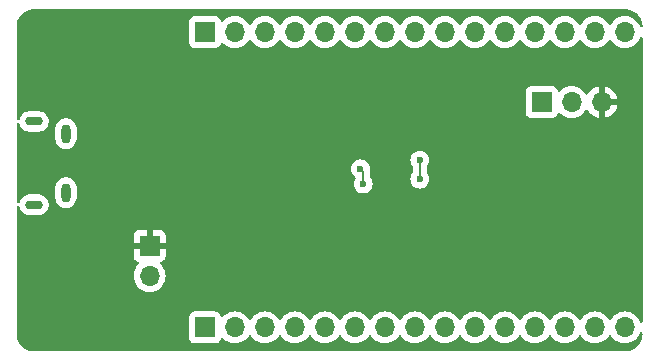
<source format=gbr>
%TF.GenerationSoftware,KiCad,Pcbnew,8.0.2*%
%TF.CreationDate,2024-09-05T22:56:17-06:00*%
%TF.ProjectId,2024_June_RP2040,32303234-5f4a-4756-9e65-5f5250323034,rev?*%
%TF.SameCoordinates,Original*%
%TF.FileFunction,Copper,L2,Bot*%
%TF.FilePolarity,Positive*%
%FSLAX46Y46*%
G04 Gerber Fmt 4.6, Leading zero omitted, Abs format (unit mm)*
G04 Created by KiCad (PCBNEW 8.0.2) date 2024-09-05 22:56:17*
%MOMM*%
%LPD*%
G01*
G04 APERTURE LIST*
%TA.AperFunction,ComponentPad*%
%ADD10R,1.700000X1.700000*%
%TD*%
%TA.AperFunction,ComponentPad*%
%ADD11O,1.700000X1.700000*%
%TD*%
%TA.AperFunction,ComponentPad*%
%ADD12O,0.800000X1.600000*%
%TD*%
%TA.AperFunction,ComponentPad*%
%ADD13O,1.500000X0.750000*%
%TD*%
%TA.AperFunction,ViaPad*%
%ADD14C,0.600000*%
%TD*%
%TA.AperFunction,Conductor*%
%ADD15C,0.152400*%
%TD*%
G04 APERTURE END LIST*
D10*
%TO.P,J1,1,Pin_1*%
%TO.N,GND*%
X95580200Y-75844400D03*
D11*
%TO.P,J1,2,Pin_2*%
%TO.N,/USB_BOOT*%
X95580200Y-78384400D03*
%TD*%
D12*
%TO.P,J2,S1,SHIELD*%
%TO.N,unconnected-(J2-SHIELD-PadS1)*%
X88493600Y-66344800D03*
%TO.P,J2,S2,SHIELD__1*%
%TO.N,unconnected-(J2-SHIELD__1-PadS2)*%
X88493600Y-71344800D03*
D13*
%TO.P,J2,S3,SHIELD__2*%
%TO.N,unconnected-(J2-SHIELD__2-PadS3)*%
X85793600Y-65319800D03*
%TO.P,J2,S6,SHIELD__5*%
%TO.N,unconnected-(J2-SHIELD__5-PadS6)*%
X85793600Y-72369800D03*
%TD*%
D10*
%TO.P,J3,1,Pin_1*%
%TO.N,/GPIO_0*%
X100253800Y-82759600D03*
D11*
%TO.P,J3,2,Pin_2*%
%TO.N,/GPIO_1*%
X102793800Y-82759600D03*
%TO.P,J3,3,Pin_3*%
%TO.N,/GPIO_2*%
X105333800Y-82759600D03*
%TO.P,J3,4,Pin_4*%
%TO.N,/GPIO_3*%
X107873800Y-82759600D03*
%TO.P,J3,5,Pin_5*%
%TO.N,/GPIO_4*%
X110413800Y-82759600D03*
%TO.P,J3,6,Pin_6*%
%TO.N,/GPIO_5*%
X112953800Y-82759600D03*
%TO.P,J3,7,Pin_7*%
%TO.N,/GPIO_6*%
X115493800Y-82759600D03*
%TO.P,J3,8,Pin_8*%
%TO.N,/GPIO_7*%
X118033800Y-82759600D03*
%TO.P,J3,9,Pin_9*%
%TO.N,/GPIO_8*%
X120573800Y-82759600D03*
%TO.P,J3,10,Pin_10*%
%TO.N,/GPIO_9*%
X123113800Y-82759600D03*
%TO.P,J3,11,Pin_11*%
%TO.N,/GPIO_10*%
X125653800Y-82759600D03*
%TO.P,J3,12,Pin_12*%
%TO.N,/GPIO_11*%
X128193800Y-82759600D03*
%TO.P,J3,13,Pin_13*%
%TO.N,/GPIO_13*%
X130733800Y-82759600D03*
%TO.P,J3,14,Pin_14*%
%TO.N,/GPIO_14*%
X133273800Y-82759600D03*
%TO.P,J3,15,Pin_15*%
%TO.N,/GPIO_15*%
X135813800Y-82759600D03*
%TD*%
D10*
%TO.P,J5,1,Pin_1*%
%TO.N,/SWD*%
X128778000Y-63677800D03*
D11*
%TO.P,J5,2,Pin_2*%
%TO.N,/SWCLK*%
X131318000Y-63677800D03*
%TO.P,J5,3,Pin_3*%
%TO.N,GND*%
X133858000Y-63677800D03*
%TD*%
D10*
%TO.P,J4,1,Pin_1*%
%TO.N,/GPIO_ADC3*%
X100253800Y-57759600D03*
D11*
%TO.P,J4,2,Pin_2*%
%TO.N,/GPIO_ADC2*%
X102793800Y-57759600D03*
%TO.P,J4,3,Pin_3*%
%TO.N,/GPIO_ADC1*%
X105333800Y-57759600D03*
%TO.P,J4,4,Pin_4*%
%TO.N,/GPIO_ADC0*%
X107873800Y-57759600D03*
%TO.P,J4,5,Pin_5*%
%TO.N,/GPIO_25*%
X110413800Y-57759600D03*
%TO.P,J4,6,Pin_6*%
%TO.N,/GPIO_24*%
X112953800Y-57759600D03*
%TO.P,J4,7,Pin_7*%
%TO.N,/GPIO_23*%
X115493800Y-57759600D03*
%TO.P,J4,8,Pin_8*%
%TO.N,/GPIO_22*%
X118033800Y-57759600D03*
%TO.P,J4,9,Pin_9*%
%TO.N,/GPIO_21*%
X120573800Y-57759600D03*
%TO.P,J4,10,Pin_10*%
%TO.N,/GPIO_20*%
X123113800Y-57759600D03*
%TO.P,J4,11,Pin_11*%
%TO.N,/GPIO_19*%
X125653800Y-57759600D03*
%TO.P,J4,12,Pin_12*%
%TO.N,/GPIO_18*%
X128193800Y-57759600D03*
%TO.P,J4,13,Pin_13*%
%TO.N,/GPIO_17*%
X130733800Y-57759600D03*
%TO.P,J4,14,Pin_14*%
%TO.N,/GPIO_16*%
X133273800Y-57759600D03*
%TO.P,J4,15,Pin_15*%
%TO.N,/RUN*%
X135813800Y-57759600D03*
%TD*%
D14*
%TO.N,GND*%
X118465600Y-71780400D03*
%TO.N,+3.3V*%
X118465600Y-70205600D03*
X118465600Y-68605400D03*
X113665000Y-70612000D03*
X113436400Y-69342000D03*
%TO.N,GND*%
X108102400Y-69621400D03*
X115951000Y-69850000D03*
X88138000Y-61112400D03*
X109067600Y-64973200D03*
X126187200Y-70002400D03*
X117246400Y-62484000D03*
X126238000Y-74193400D03*
X123469400Y-67843400D03*
X114833400Y-68707000D03*
X127711200Y-74117200D03*
X107340400Y-73787000D03*
X93497400Y-61315600D03*
X120790300Y-76936600D03*
X117094000Y-68732400D03*
X117246400Y-76885800D03*
X117119400Y-70916800D03*
X101295200Y-61137800D03*
X112750600Y-62941200D03*
X110947200Y-63627000D03*
X98348800Y-78257400D03*
X130302000Y-70866000D03*
X124180600Y-69621400D03*
X109067600Y-67411600D03*
X89484200Y-70154800D03*
X114808000Y-70942200D03*
X111810800Y-75285600D03*
X108102400Y-70739000D03*
%TD*%
D15*
%TO.N,+3.3V*%
X118465600Y-68605400D02*
X118465600Y-70205600D01*
X113665000Y-69570600D02*
X113665000Y-70612000D01*
X113436400Y-69342000D02*
X113665000Y-69570600D01*
%TD*%
%TA.AperFunction,Conductor*%
%TO.N,GND*%
G36*
X135824418Y-55796616D02*
G01*
X136024561Y-55810930D01*
X136042063Y-55813447D01*
X136233797Y-55855155D01*
X136250755Y-55860134D01*
X136434609Y-55928709D01*
X136450701Y-55936059D01*
X136622904Y-56030088D01*
X136637784Y-56039649D01*
X136794867Y-56157241D01*
X136808237Y-56168827D01*
X136946972Y-56307562D01*
X136958558Y-56320932D01*
X137067008Y-56465804D01*
X137076146Y-56478010D01*
X137085711Y-56492895D01*
X137179740Y-56665098D01*
X137187090Y-56681190D01*
X137255662Y-56865036D01*
X137260646Y-56882012D01*
X137302351Y-57073731D01*
X137304869Y-57091243D01*
X137313563Y-57212801D01*
X137298711Y-57281074D01*
X137249306Y-57330479D01*
X137181033Y-57345331D01*
X137115569Y-57320914D01*
X137077498Y-57274054D01*
X136987835Y-57081771D01*
X136982225Y-57073758D01*
X136852294Y-56888197D01*
X136685202Y-56721106D01*
X136685195Y-56721101D01*
X136491634Y-56585567D01*
X136491630Y-56585565D01*
X136491628Y-56585564D01*
X136277463Y-56485697D01*
X136277459Y-56485696D01*
X136277455Y-56485694D01*
X136049213Y-56424538D01*
X136049203Y-56424536D01*
X135813801Y-56403941D01*
X135813799Y-56403941D01*
X135578396Y-56424536D01*
X135578386Y-56424538D01*
X135350144Y-56485694D01*
X135350135Y-56485698D01*
X135135971Y-56585564D01*
X135135969Y-56585565D01*
X134942397Y-56721105D01*
X134775305Y-56888197D01*
X134645375Y-57073758D01*
X134590798Y-57117383D01*
X134521300Y-57124577D01*
X134458945Y-57093054D01*
X134442225Y-57073758D01*
X134312294Y-56888197D01*
X134145202Y-56721106D01*
X134145195Y-56721101D01*
X133951634Y-56585567D01*
X133951630Y-56585565D01*
X133951628Y-56585564D01*
X133737463Y-56485697D01*
X133737459Y-56485696D01*
X133737455Y-56485694D01*
X133509213Y-56424538D01*
X133509203Y-56424536D01*
X133273801Y-56403941D01*
X133273799Y-56403941D01*
X133038396Y-56424536D01*
X133038386Y-56424538D01*
X132810144Y-56485694D01*
X132810135Y-56485698D01*
X132595971Y-56585564D01*
X132595969Y-56585565D01*
X132402397Y-56721105D01*
X132235305Y-56888197D01*
X132105375Y-57073758D01*
X132050798Y-57117383D01*
X131981300Y-57124577D01*
X131918945Y-57093054D01*
X131902225Y-57073758D01*
X131772294Y-56888197D01*
X131605202Y-56721106D01*
X131605195Y-56721101D01*
X131411634Y-56585567D01*
X131411630Y-56585565D01*
X131411628Y-56585564D01*
X131197463Y-56485697D01*
X131197459Y-56485696D01*
X131197455Y-56485694D01*
X130969213Y-56424538D01*
X130969203Y-56424536D01*
X130733801Y-56403941D01*
X130733799Y-56403941D01*
X130498396Y-56424536D01*
X130498386Y-56424538D01*
X130270144Y-56485694D01*
X130270135Y-56485698D01*
X130055971Y-56585564D01*
X130055969Y-56585565D01*
X129862397Y-56721105D01*
X129695305Y-56888197D01*
X129565375Y-57073758D01*
X129510798Y-57117383D01*
X129441300Y-57124577D01*
X129378945Y-57093054D01*
X129362225Y-57073758D01*
X129232294Y-56888197D01*
X129065202Y-56721106D01*
X129065195Y-56721101D01*
X128871634Y-56585567D01*
X128871630Y-56585565D01*
X128871628Y-56585564D01*
X128657463Y-56485697D01*
X128657459Y-56485696D01*
X128657455Y-56485694D01*
X128429213Y-56424538D01*
X128429203Y-56424536D01*
X128193801Y-56403941D01*
X128193799Y-56403941D01*
X127958396Y-56424536D01*
X127958386Y-56424538D01*
X127730144Y-56485694D01*
X127730135Y-56485698D01*
X127515971Y-56585564D01*
X127515969Y-56585565D01*
X127322397Y-56721105D01*
X127155305Y-56888197D01*
X127025375Y-57073758D01*
X126970798Y-57117383D01*
X126901300Y-57124577D01*
X126838945Y-57093054D01*
X126822225Y-57073758D01*
X126692294Y-56888197D01*
X126525202Y-56721106D01*
X126525195Y-56721101D01*
X126331634Y-56585567D01*
X126331630Y-56585565D01*
X126331628Y-56585564D01*
X126117463Y-56485697D01*
X126117459Y-56485696D01*
X126117455Y-56485694D01*
X125889213Y-56424538D01*
X125889203Y-56424536D01*
X125653801Y-56403941D01*
X125653799Y-56403941D01*
X125418396Y-56424536D01*
X125418386Y-56424538D01*
X125190144Y-56485694D01*
X125190135Y-56485698D01*
X124975971Y-56585564D01*
X124975969Y-56585565D01*
X124782397Y-56721105D01*
X124615305Y-56888197D01*
X124485375Y-57073758D01*
X124430798Y-57117383D01*
X124361300Y-57124577D01*
X124298945Y-57093054D01*
X124282225Y-57073758D01*
X124152294Y-56888197D01*
X123985202Y-56721106D01*
X123985195Y-56721101D01*
X123791634Y-56585567D01*
X123791630Y-56585565D01*
X123791628Y-56585564D01*
X123577463Y-56485697D01*
X123577459Y-56485696D01*
X123577455Y-56485694D01*
X123349213Y-56424538D01*
X123349203Y-56424536D01*
X123113801Y-56403941D01*
X123113799Y-56403941D01*
X122878396Y-56424536D01*
X122878386Y-56424538D01*
X122650144Y-56485694D01*
X122650135Y-56485698D01*
X122435971Y-56585564D01*
X122435969Y-56585565D01*
X122242397Y-56721105D01*
X122075305Y-56888197D01*
X121945375Y-57073758D01*
X121890798Y-57117383D01*
X121821300Y-57124577D01*
X121758945Y-57093054D01*
X121742225Y-57073758D01*
X121612294Y-56888197D01*
X121445202Y-56721106D01*
X121445195Y-56721101D01*
X121251634Y-56585567D01*
X121251630Y-56585565D01*
X121251628Y-56585564D01*
X121037463Y-56485697D01*
X121037459Y-56485696D01*
X121037455Y-56485694D01*
X120809213Y-56424538D01*
X120809203Y-56424536D01*
X120573801Y-56403941D01*
X120573799Y-56403941D01*
X120338396Y-56424536D01*
X120338386Y-56424538D01*
X120110144Y-56485694D01*
X120110135Y-56485698D01*
X119895971Y-56585564D01*
X119895969Y-56585565D01*
X119702397Y-56721105D01*
X119535305Y-56888197D01*
X119405375Y-57073758D01*
X119350798Y-57117383D01*
X119281300Y-57124577D01*
X119218945Y-57093054D01*
X119202225Y-57073758D01*
X119072294Y-56888197D01*
X118905202Y-56721106D01*
X118905195Y-56721101D01*
X118711634Y-56585567D01*
X118711630Y-56585565D01*
X118711628Y-56585564D01*
X118497463Y-56485697D01*
X118497459Y-56485696D01*
X118497455Y-56485694D01*
X118269213Y-56424538D01*
X118269203Y-56424536D01*
X118033801Y-56403941D01*
X118033799Y-56403941D01*
X117798396Y-56424536D01*
X117798386Y-56424538D01*
X117570144Y-56485694D01*
X117570135Y-56485698D01*
X117355971Y-56585564D01*
X117355969Y-56585565D01*
X117162397Y-56721105D01*
X116995305Y-56888197D01*
X116865375Y-57073758D01*
X116810798Y-57117383D01*
X116741300Y-57124577D01*
X116678945Y-57093054D01*
X116662225Y-57073758D01*
X116532294Y-56888197D01*
X116365202Y-56721106D01*
X116365195Y-56721101D01*
X116171634Y-56585567D01*
X116171630Y-56585565D01*
X116171628Y-56585564D01*
X115957463Y-56485697D01*
X115957459Y-56485696D01*
X115957455Y-56485694D01*
X115729213Y-56424538D01*
X115729203Y-56424536D01*
X115493801Y-56403941D01*
X115493799Y-56403941D01*
X115258396Y-56424536D01*
X115258386Y-56424538D01*
X115030144Y-56485694D01*
X115030135Y-56485698D01*
X114815971Y-56585564D01*
X114815969Y-56585565D01*
X114622397Y-56721105D01*
X114455305Y-56888197D01*
X114325375Y-57073758D01*
X114270798Y-57117383D01*
X114201300Y-57124577D01*
X114138945Y-57093054D01*
X114122225Y-57073758D01*
X113992294Y-56888197D01*
X113825202Y-56721106D01*
X113825195Y-56721101D01*
X113631634Y-56585567D01*
X113631630Y-56585565D01*
X113631628Y-56585564D01*
X113417463Y-56485697D01*
X113417459Y-56485696D01*
X113417455Y-56485694D01*
X113189213Y-56424538D01*
X113189203Y-56424536D01*
X112953801Y-56403941D01*
X112953799Y-56403941D01*
X112718396Y-56424536D01*
X112718386Y-56424538D01*
X112490144Y-56485694D01*
X112490135Y-56485698D01*
X112275971Y-56585564D01*
X112275969Y-56585565D01*
X112082397Y-56721105D01*
X111915305Y-56888197D01*
X111785375Y-57073758D01*
X111730798Y-57117383D01*
X111661300Y-57124577D01*
X111598945Y-57093054D01*
X111582225Y-57073758D01*
X111452294Y-56888197D01*
X111285202Y-56721106D01*
X111285195Y-56721101D01*
X111091634Y-56585567D01*
X111091630Y-56585565D01*
X111091628Y-56585564D01*
X110877463Y-56485697D01*
X110877459Y-56485696D01*
X110877455Y-56485694D01*
X110649213Y-56424538D01*
X110649203Y-56424536D01*
X110413801Y-56403941D01*
X110413799Y-56403941D01*
X110178396Y-56424536D01*
X110178386Y-56424538D01*
X109950144Y-56485694D01*
X109950135Y-56485698D01*
X109735971Y-56585564D01*
X109735969Y-56585565D01*
X109542397Y-56721105D01*
X109375305Y-56888197D01*
X109245375Y-57073758D01*
X109190798Y-57117383D01*
X109121300Y-57124577D01*
X109058945Y-57093054D01*
X109042225Y-57073758D01*
X108912294Y-56888197D01*
X108745202Y-56721106D01*
X108745195Y-56721101D01*
X108551634Y-56585567D01*
X108551630Y-56585565D01*
X108551628Y-56585564D01*
X108337463Y-56485697D01*
X108337459Y-56485696D01*
X108337455Y-56485694D01*
X108109213Y-56424538D01*
X108109203Y-56424536D01*
X107873801Y-56403941D01*
X107873799Y-56403941D01*
X107638396Y-56424536D01*
X107638386Y-56424538D01*
X107410144Y-56485694D01*
X107410135Y-56485698D01*
X107195971Y-56585564D01*
X107195969Y-56585565D01*
X107002397Y-56721105D01*
X106835305Y-56888197D01*
X106705375Y-57073758D01*
X106650798Y-57117383D01*
X106581300Y-57124577D01*
X106518945Y-57093054D01*
X106502225Y-57073758D01*
X106372294Y-56888197D01*
X106205202Y-56721106D01*
X106205195Y-56721101D01*
X106011634Y-56585567D01*
X106011630Y-56585565D01*
X106011628Y-56585564D01*
X105797463Y-56485697D01*
X105797459Y-56485696D01*
X105797455Y-56485694D01*
X105569213Y-56424538D01*
X105569203Y-56424536D01*
X105333801Y-56403941D01*
X105333799Y-56403941D01*
X105098396Y-56424536D01*
X105098386Y-56424538D01*
X104870144Y-56485694D01*
X104870135Y-56485698D01*
X104655971Y-56585564D01*
X104655969Y-56585565D01*
X104462397Y-56721105D01*
X104295305Y-56888197D01*
X104165375Y-57073758D01*
X104110798Y-57117383D01*
X104041300Y-57124577D01*
X103978945Y-57093054D01*
X103962225Y-57073758D01*
X103832294Y-56888197D01*
X103665202Y-56721106D01*
X103665195Y-56721101D01*
X103471634Y-56585567D01*
X103471630Y-56585565D01*
X103471628Y-56585564D01*
X103257463Y-56485697D01*
X103257459Y-56485696D01*
X103257455Y-56485694D01*
X103029213Y-56424538D01*
X103029203Y-56424536D01*
X102793801Y-56403941D01*
X102793799Y-56403941D01*
X102558396Y-56424536D01*
X102558386Y-56424538D01*
X102330144Y-56485694D01*
X102330135Y-56485698D01*
X102115971Y-56585564D01*
X102115969Y-56585565D01*
X101922400Y-56721103D01*
X101800473Y-56843030D01*
X101739150Y-56876514D01*
X101669458Y-56871530D01*
X101613525Y-56829658D01*
X101596610Y-56798681D01*
X101547597Y-56667271D01*
X101547593Y-56667264D01*
X101461347Y-56552055D01*
X101461344Y-56552052D01*
X101346135Y-56465806D01*
X101346128Y-56465802D01*
X101211282Y-56415508D01*
X101211283Y-56415508D01*
X101151683Y-56409101D01*
X101151681Y-56409100D01*
X101151673Y-56409100D01*
X101151664Y-56409100D01*
X99355929Y-56409100D01*
X99355923Y-56409101D01*
X99296316Y-56415508D01*
X99161471Y-56465802D01*
X99161464Y-56465806D01*
X99046255Y-56552052D01*
X99046252Y-56552055D01*
X98960006Y-56667264D01*
X98960002Y-56667271D01*
X98909708Y-56802117D01*
X98903301Y-56861716D01*
X98903300Y-56861735D01*
X98903300Y-58657470D01*
X98903301Y-58657476D01*
X98909708Y-58717083D01*
X98960002Y-58851928D01*
X98960006Y-58851935D01*
X99046252Y-58967144D01*
X99046255Y-58967147D01*
X99161464Y-59053393D01*
X99161471Y-59053397D01*
X99296317Y-59103691D01*
X99296316Y-59103691D01*
X99303244Y-59104435D01*
X99355927Y-59110100D01*
X101151672Y-59110099D01*
X101211283Y-59103691D01*
X101346131Y-59053396D01*
X101461346Y-58967146D01*
X101547596Y-58851931D01*
X101596610Y-58720516D01*
X101638481Y-58664584D01*
X101703945Y-58640166D01*
X101772218Y-58655017D01*
X101800473Y-58676169D01*
X101922399Y-58798095D01*
X102019184Y-58865865D01*
X102115965Y-58933632D01*
X102115967Y-58933633D01*
X102115970Y-58933635D01*
X102330137Y-59033503D01*
X102558392Y-59094663D01*
X102734834Y-59110100D01*
X102793799Y-59115259D01*
X102793800Y-59115259D01*
X102793801Y-59115259D01*
X102852766Y-59110100D01*
X103029208Y-59094663D01*
X103257463Y-59033503D01*
X103471630Y-58933635D01*
X103665201Y-58798095D01*
X103832295Y-58631001D01*
X103962225Y-58445442D01*
X104016802Y-58401817D01*
X104086300Y-58394623D01*
X104148655Y-58426146D01*
X104165375Y-58445442D01*
X104295300Y-58630995D01*
X104295305Y-58631001D01*
X104462399Y-58798095D01*
X104559184Y-58865865D01*
X104655965Y-58933632D01*
X104655967Y-58933633D01*
X104655970Y-58933635D01*
X104870137Y-59033503D01*
X105098392Y-59094663D01*
X105274834Y-59110100D01*
X105333799Y-59115259D01*
X105333800Y-59115259D01*
X105333801Y-59115259D01*
X105392766Y-59110100D01*
X105569208Y-59094663D01*
X105797463Y-59033503D01*
X106011630Y-58933635D01*
X106205201Y-58798095D01*
X106372295Y-58631001D01*
X106502225Y-58445442D01*
X106556802Y-58401817D01*
X106626300Y-58394623D01*
X106688655Y-58426146D01*
X106705375Y-58445442D01*
X106835300Y-58630995D01*
X106835305Y-58631001D01*
X107002399Y-58798095D01*
X107099184Y-58865865D01*
X107195965Y-58933632D01*
X107195967Y-58933633D01*
X107195970Y-58933635D01*
X107410137Y-59033503D01*
X107638392Y-59094663D01*
X107814834Y-59110100D01*
X107873799Y-59115259D01*
X107873800Y-59115259D01*
X107873801Y-59115259D01*
X107932766Y-59110100D01*
X108109208Y-59094663D01*
X108337463Y-59033503D01*
X108551630Y-58933635D01*
X108745201Y-58798095D01*
X108912295Y-58631001D01*
X109042225Y-58445442D01*
X109096802Y-58401817D01*
X109166300Y-58394623D01*
X109228655Y-58426146D01*
X109245375Y-58445442D01*
X109375300Y-58630995D01*
X109375305Y-58631001D01*
X109542399Y-58798095D01*
X109639184Y-58865865D01*
X109735965Y-58933632D01*
X109735967Y-58933633D01*
X109735970Y-58933635D01*
X109950137Y-59033503D01*
X110178392Y-59094663D01*
X110354834Y-59110100D01*
X110413799Y-59115259D01*
X110413800Y-59115259D01*
X110413801Y-59115259D01*
X110472766Y-59110100D01*
X110649208Y-59094663D01*
X110877463Y-59033503D01*
X111091630Y-58933635D01*
X111285201Y-58798095D01*
X111452295Y-58631001D01*
X111582225Y-58445442D01*
X111636802Y-58401817D01*
X111706300Y-58394623D01*
X111768655Y-58426146D01*
X111785375Y-58445442D01*
X111915300Y-58630995D01*
X111915305Y-58631001D01*
X112082399Y-58798095D01*
X112179184Y-58865865D01*
X112275965Y-58933632D01*
X112275967Y-58933633D01*
X112275970Y-58933635D01*
X112490137Y-59033503D01*
X112718392Y-59094663D01*
X112894834Y-59110100D01*
X112953799Y-59115259D01*
X112953800Y-59115259D01*
X112953801Y-59115259D01*
X113012766Y-59110100D01*
X113189208Y-59094663D01*
X113417463Y-59033503D01*
X113631630Y-58933635D01*
X113825201Y-58798095D01*
X113992295Y-58631001D01*
X114122225Y-58445442D01*
X114176802Y-58401817D01*
X114246300Y-58394623D01*
X114308655Y-58426146D01*
X114325375Y-58445442D01*
X114455300Y-58630995D01*
X114455305Y-58631001D01*
X114622399Y-58798095D01*
X114719184Y-58865865D01*
X114815965Y-58933632D01*
X114815967Y-58933633D01*
X114815970Y-58933635D01*
X115030137Y-59033503D01*
X115258392Y-59094663D01*
X115434834Y-59110100D01*
X115493799Y-59115259D01*
X115493800Y-59115259D01*
X115493801Y-59115259D01*
X115552766Y-59110100D01*
X115729208Y-59094663D01*
X115957463Y-59033503D01*
X116171630Y-58933635D01*
X116365201Y-58798095D01*
X116532295Y-58631001D01*
X116662225Y-58445442D01*
X116716802Y-58401817D01*
X116786300Y-58394623D01*
X116848655Y-58426146D01*
X116865375Y-58445442D01*
X116995300Y-58630995D01*
X116995305Y-58631001D01*
X117162399Y-58798095D01*
X117259184Y-58865865D01*
X117355965Y-58933632D01*
X117355967Y-58933633D01*
X117355970Y-58933635D01*
X117570137Y-59033503D01*
X117798392Y-59094663D01*
X117974834Y-59110100D01*
X118033799Y-59115259D01*
X118033800Y-59115259D01*
X118033801Y-59115259D01*
X118092766Y-59110100D01*
X118269208Y-59094663D01*
X118497463Y-59033503D01*
X118711630Y-58933635D01*
X118905201Y-58798095D01*
X119072295Y-58631001D01*
X119202225Y-58445442D01*
X119256802Y-58401817D01*
X119326300Y-58394623D01*
X119388655Y-58426146D01*
X119405375Y-58445442D01*
X119535300Y-58630995D01*
X119535305Y-58631001D01*
X119702399Y-58798095D01*
X119799184Y-58865865D01*
X119895965Y-58933632D01*
X119895967Y-58933633D01*
X119895970Y-58933635D01*
X120110137Y-59033503D01*
X120338392Y-59094663D01*
X120514834Y-59110100D01*
X120573799Y-59115259D01*
X120573800Y-59115259D01*
X120573801Y-59115259D01*
X120632766Y-59110100D01*
X120809208Y-59094663D01*
X121037463Y-59033503D01*
X121251630Y-58933635D01*
X121445201Y-58798095D01*
X121612295Y-58631001D01*
X121742225Y-58445442D01*
X121796802Y-58401817D01*
X121866300Y-58394623D01*
X121928655Y-58426146D01*
X121945375Y-58445442D01*
X122075300Y-58630995D01*
X122075305Y-58631001D01*
X122242399Y-58798095D01*
X122339184Y-58865865D01*
X122435965Y-58933632D01*
X122435967Y-58933633D01*
X122435970Y-58933635D01*
X122650137Y-59033503D01*
X122878392Y-59094663D01*
X123054834Y-59110100D01*
X123113799Y-59115259D01*
X123113800Y-59115259D01*
X123113801Y-59115259D01*
X123172766Y-59110100D01*
X123349208Y-59094663D01*
X123577463Y-59033503D01*
X123791630Y-58933635D01*
X123985201Y-58798095D01*
X124152295Y-58631001D01*
X124282225Y-58445442D01*
X124336802Y-58401817D01*
X124406300Y-58394623D01*
X124468655Y-58426146D01*
X124485375Y-58445442D01*
X124615300Y-58630995D01*
X124615305Y-58631001D01*
X124782399Y-58798095D01*
X124879184Y-58865865D01*
X124975965Y-58933632D01*
X124975967Y-58933633D01*
X124975970Y-58933635D01*
X125190137Y-59033503D01*
X125418392Y-59094663D01*
X125594834Y-59110100D01*
X125653799Y-59115259D01*
X125653800Y-59115259D01*
X125653801Y-59115259D01*
X125712766Y-59110100D01*
X125889208Y-59094663D01*
X126117463Y-59033503D01*
X126331630Y-58933635D01*
X126525201Y-58798095D01*
X126692295Y-58631001D01*
X126822225Y-58445442D01*
X126876802Y-58401817D01*
X126946300Y-58394623D01*
X127008655Y-58426146D01*
X127025375Y-58445442D01*
X127155300Y-58630995D01*
X127155305Y-58631001D01*
X127322399Y-58798095D01*
X127419184Y-58865865D01*
X127515965Y-58933632D01*
X127515967Y-58933633D01*
X127515970Y-58933635D01*
X127730137Y-59033503D01*
X127958392Y-59094663D01*
X128134834Y-59110100D01*
X128193799Y-59115259D01*
X128193800Y-59115259D01*
X128193801Y-59115259D01*
X128252766Y-59110100D01*
X128429208Y-59094663D01*
X128657463Y-59033503D01*
X128871630Y-58933635D01*
X129065201Y-58798095D01*
X129232295Y-58631001D01*
X129362225Y-58445442D01*
X129416802Y-58401817D01*
X129486300Y-58394623D01*
X129548655Y-58426146D01*
X129565375Y-58445442D01*
X129695300Y-58630995D01*
X129695305Y-58631001D01*
X129862399Y-58798095D01*
X129959184Y-58865865D01*
X130055965Y-58933632D01*
X130055967Y-58933633D01*
X130055970Y-58933635D01*
X130270137Y-59033503D01*
X130498392Y-59094663D01*
X130674834Y-59110100D01*
X130733799Y-59115259D01*
X130733800Y-59115259D01*
X130733801Y-59115259D01*
X130792766Y-59110100D01*
X130969208Y-59094663D01*
X131197463Y-59033503D01*
X131411630Y-58933635D01*
X131605201Y-58798095D01*
X131772295Y-58631001D01*
X131902225Y-58445442D01*
X131956802Y-58401817D01*
X132026300Y-58394623D01*
X132088655Y-58426146D01*
X132105375Y-58445442D01*
X132235300Y-58630995D01*
X132235305Y-58631001D01*
X132402399Y-58798095D01*
X132499184Y-58865865D01*
X132595965Y-58933632D01*
X132595967Y-58933633D01*
X132595970Y-58933635D01*
X132810137Y-59033503D01*
X133038392Y-59094663D01*
X133214834Y-59110100D01*
X133273799Y-59115259D01*
X133273800Y-59115259D01*
X133273801Y-59115259D01*
X133332766Y-59110100D01*
X133509208Y-59094663D01*
X133737463Y-59033503D01*
X133951630Y-58933635D01*
X134145201Y-58798095D01*
X134312295Y-58631001D01*
X134442225Y-58445442D01*
X134496802Y-58401817D01*
X134566300Y-58394623D01*
X134628655Y-58426146D01*
X134645375Y-58445442D01*
X134775300Y-58630995D01*
X134775305Y-58631001D01*
X134942399Y-58798095D01*
X135039184Y-58865865D01*
X135135965Y-58933632D01*
X135135967Y-58933633D01*
X135135970Y-58933635D01*
X135350137Y-59033503D01*
X135578392Y-59094663D01*
X135754834Y-59110100D01*
X135813799Y-59115259D01*
X135813800Y-59115259D01*
X135813801Y-59115259D01*
X135872766Y-59110100D01*
X136049208Y-59094663D01*
X136277463Y-59033503D01*
X136491630Y-58933635D01*
X136685201Y-58798095D01*
X136852295Y-58631001D01*
X136987835Y-58437430D01*
X137083118Y-58233094D01*
X137129290Y-58180656D01*
X137196484Y-58161504D01*
X137263365Y-58181720D01*
X137308700Y-58234885D01*
X137319500Y-58285500D01*
X137319500Y-82233699D01*
X137299815Y-82300738D01*
X137247011Y-82346493D01*
X137177853Y-82356437D01*
X137114297Y-82327412D01*
X137083118Y-82286104D01*
X136987835Y-82081771D01*
X136987834Y-82081769D01*
X136852294Y-81888197D01*
X136685202Y-81721106D01*
X136685195Y-81721101D01*
X136491634Y-81585567D01*
X136491630Y-81585565D01*
X136491628Y-81585564D01*
X136277463Y-81485697D01*
X136277459Y-81485696D01*
X136277455Y-81485694D01*
X136049213Y-81424538D01*
X136049203Y-81424536D01*
X135813801Y-81403941D01*
X135813799Y-81403941D01*
X135578396Y-81424536D01*
X135578386Y-81424538D01*
X135350144Y-81485694D01*
X135350135Y-81485698D01*
X135135971Y-81585564D01*
X135135969Y-81585565D01*
X134942397Y-81721105D01*
X134775305Y-81888197D01*
X134645375Y-82073758D01*
X134590798Y-82117383D01*
X134521300Y-82124577D01*
X134458945Y-82093054D01*
X134442225Y-82073758D01*
X134312294Y-81888197D01*
X134145202Y-81721106D01*
X134145195Y-81721101D01*
X133951634Y-81585567D01*
X133951630Y-81585565D01*
X133951628Y-81585564D01*
X133737463Y-81485697D01*
X133737459Y-81485696D01*
X133737455Y-81485694D01*
X133509213Y-81424538D01*
X133509203Y-81424536D01*
X133273801Y-81403941D01*
X133273799Y-81403941D01*
X133038396Y-81424536D01*
X133038386Y-81424538D01*
X132810144Y-81485694D01*
X132810135Y-81485698D01*
X132595971Y-81585564D01*
X132595969Y-81585565D01*
X132402397Y-81721105D01*
X132235305Y-81888197D01*
X132105375Y-82073758D01*
X132050798Y-82117383D01*
X131981300Y-82124577D01*
X131918945Y-82093054D01*
X131902225Y-82073758D01*
X131772294Y-81888197D01*
X131605202Y-81721106D01*
X131605195Y-81721101D01*
X131411634Y-81585567D01*
X131411630Y-81585565D01*
X131411628Y-81585564D01*
X131197463Y-81485697D01*
X131197459Y-81485696D01*
X131197455Y-81485694D01*
X130969213Y-81424538D01*
X130969203Y-81424536D01*
X130733801Y-81403941D01*
X130733799Y-81403941D01*
X130498396Y-81424536D01*
X130498386Y-81424538D01*
X130270144Y-81485694D01*
X130270135Y-81485698D01*
X130055971Y-81585564D01*
X130055969Y-81585565D01*
X129862397Y-81721105D01*
X129695305Y-81888197D01*
X129565375Y-82073758D01*
X129510798Y-82117383D01*
X129441300Y-82124577D01*
X129378945Y-82093054D01*
X129362225Y-82073758D01*
X129232294Y-81888197D01*
X129065202Y-81721106D01*
X129065195Y-81721101D01*
X128871634Y-81585567D01*
X128871630Y-81585565D01*
X128871628Y-81585564D01*
X128657463Y-81485697D01*
X128657459Y-81485696D01*
X128657455Y-81485694D01*
X128429213Y-81424538D01*
X128429203Y-81424536D01*
X128193801Y-81403941D01*
X128193799Y-81403941D01*
X127958396Y-81424536D01*
X127958386Y-81424538D01*
X127730144Y-81485694D01*
X127730135Y-81485698D01*
X127515971Y-81585564D01*
X127515969Y-81585565D01*
X127322397Y-81721105D01*
X127155305Y-81888197D01*
X127025375Y-82073758D01*
X126970798Y-82117383D01*
X126901300Y-82124577D01*
X126838945Y-82093054D01*
X126822225Y-82073758D01*
X126692294Y-81888197D01*
X126525202Y-81721106D01*
X126525195Y-81721101D01*
X126331634Y-81585567D01*
X126331630Y-81585565D01*
X126331628Y-81585564D01*
X126117463Y-81485697D01*
X126117459Y-81485696D01*
X126117455Y-81485694D01*
X125889213Y-81424538D01*
X125889203Y-81424536D01*
X125653801Y-81403941D01*
X125653799Y-81403941D01*
X125418396Y-81424536D01*
X125418386Y-81424538D01*
X125190144Y-81485694D01*
X125190135Y-81485698D01*
X124975971Y-81585564D01*
X124975969Y-81585565D01*
X124782397Y-81721105D01*
X124615305Y-81888197D01*
X124485375Y-82073758D01*
X124430798Y-82117383D01*
X124361300Y-82124577D01*
X124298945Y-82093054D01*
X124282225Y-82073758D01*
X124152294Y-81888197D01*
X123985202Y-81721106D01*
X123985195Y-81721101D01*
X123791634Y-81585567D01*
X123791630Y-81585565D01*
X123791628Y-81585564D01*
X123577463Y-81485697D01*
X123577459Y-81485696D01*
X123577455Y-81485694D01*
X123349213Y-81424538D01*
X123349203Y-81424536D01*
X123113801Y-81403941D01*
X123113799Y-81403941D01*
X122878396Y-81424536D01*
X122878386Y-81424538D01*
X122650144Y-81485694D01*
X122650135Y-81485698D01*
X122435971Y-81585564D01*
X122435969Y-81585565D01*
X122242397Y-81721105D01*
X122075305Y-81888197D01*
X121945375Y-82073758D01*
X121890798Y-82117383D01*
X121821300Y-82124577D01*
X121758945Y-82093054D01*
X121742225Y-82073758D01*
X121612294Y-81888197D01*
X121445202Y-81721106D01*
X121445195Y-81721101D01*
X121251634Y-81585567D01*
X121251630Y-81585565D01*
X121251628Y-81585564D01*
X121037463Y-81485697D01*
X121037459Y-81485696D01*
X121037455Y-81485694D01*
X120809213Y-81424538D01*
X120809203Y-81424536D01*
X120573801Y-81403941D01*
X120573799Y-81403941D01*
X120338396Y-81424536D01*
X120338386Y-81424538D01*
X120110144Y-81485694D01*
X120110135Y-81485698D01*
X119895971Y-81585564D01*
X119895969Y-81585565D01*
X119702397Y-81721105D01*
X119535305Y-81888197D01*
X119405375Y-82073758D01*
X119350798Y-82117383D01*
X119281300Y-82124577D01*
X119218945Y-82093054D01*
X119202225Y-82073758D01*
X119072294Y-81888197D01*
X118905202Y-81721106D01*
X118905195Y-81721101D01*
X118711634Y-81585567D01*
X118711630Y-81585565D01*
X118711628Y-81585564D01*
X118497463Y-81485697D01*
X118497459Y-81485696D01*
X118497455Y-81485694D01*
X118269213Y-81424538D01*
X118269203Y-81424536D01*
X118033801Y-81403941D01*
X118033799Y-81403941D01*
X117798396Y-81424536D01*
X117798386Y-81424538D01*
X117570144Y-81485694D01*
X117570135Y-81485698D01*
X117355971Y-81585564D01*
X117355969Y-81585565D01*
X117162397Y-81721105D01*
X116995305Y-81888197D01*
X116865375Y-82073758D01*
X116810798Y-82117383D01*
X116741300Y-82124577D01*
X116678945Y-82093054D01*
X116662225Y-82073758D01*
X116532294Y-81888197D01*
X116365202Y-81721106D01*
X116365195Y-81721101D01*
X116171634Y-81585567D01*
X116171630Y-81585565D01*
X116171628Y-81585564D01*
X115957463Y-81485697D01*
X115957459Y-81485696D01*
X115957455Y-81485694D01*
X115729213Y-81424538D01*
X115729203Y-81424536D01*
X115493801Y-81403941D01*
X115493799Y-81403941D01*
X115258396Y-81424536D01*
X115258386Y-81424538D01*
X115030144Y-81485694D01*
X115030135Y-81485698D01*
X114815971Y-81585564D01*
X114815969Y-81585565D01*
X114622397Y-81721105D01*
X114455305Y-81888197D01*
X114325375Y-82073758D01*
X114270798Y-82117383D01*
X114201300Y-82124577D01*
X114138945Y-82093054D01*
X114122225Y-82073758D01*
X113992294Y-81888197D01*
X113825202Y-81721106D01*
X113825195Y-81721101D01*
X113631634Y-81585567D01*
X113631630Y-81585565D01*
X113631628Y-81585564D01*
X113417463Y-81485697D01*
X113417459Y-81485696D01*
X113417455Y-81485694D01*
X113189213Y-81424538D01*
X113189203Y-81424536D01*
X112953801Y-81403941D01*
X112953799Y-81403941D01*
X112718396Y-81424536D01*
X112718386Y-81424538D01*
X112490144Y-81485694D01*
X112490135Y-81485698D01*
X112275971Y-81585564D01*
X112275969Y-81585565D01*
X112082397Y-81721105D01*
X111915305Y-81888197D01*
X111785375Y-82073758D01*
X111730798Y-82117383D01*
X111661300Y-82124577D01*
X111598945Y-82093054D01*
X111582225Y-82073758D01*
X111452294Y-81888197D01*
X111285202Y-81721106D01*
X111285195Y-81721101D01*
X111091634Y-81585567D01*
X111091630Y-81585565D01*
X111091628Y-81585564D01*
X110877463Y-81485697D01*
X110877459Y-81485696D01*
X110877455Y-81485694D01*
X110649213Y-81424538D01*
X110649203Y-81424536D01*
X110413801Y-81403941D01*
X110413799Y-81403941D01*
X110178396Y-81424536D01*
X110178386Y-81424538D01*
X109950144Y-81485694D01*
X109950135Y-81485698D01*
X109735971Y-81585564D01*
X109735969Y-81585565D01*
X109542397Y-81721105D01*
X109375305Y-81888197D01*
X109245375Y-82073758D01*
X109190798Y-82117383D01*
X109121300Y-82124577D01*
X109058945Y-82093054D01*
X109042225Y-82073758D01*
X108912294Y-81888197D01*
X108745202Y-81721106D01*
X108745195Y-81721101D01*
X108551634Y-81585567D01*
X108551630Y-81585565D01*
X108551628Y-81585564D01*
X108337463Y-81485697D01*
X108337459Y-81485696D01*
X108337455Y-81485694D01*
X108109213Y-81424538D01*
X108109203Y-81424536D01*
X107873801Y-81403941D01*
X107873799Y-81403941D01*
X107638396Y-81424536D01*
X107638386Y-81424538D01*
X107410144Y-81485694D01*
X107410135Y-81485698D01*
X107195971Y-81585564D01*
X107195969Y-81585565D01*
X107002397Y-81721105D01*
X106835305Y-81888197D01*
X106705375Y-82073758D01*
X106650798Y-82117383D01*
X106581300Y-82124577D01*
X106518945Y-82093054D01*
X106502225Y-82073758D01*
X106372294Y-81888197D01*
X106205202Y-81721106D01*
X106205195Y-81721101D01*
X106011634Y-81585567D01*
X106011630Y-81585565D01*
X106011628Y-81585564D01*
X105797463Y-81485697D01*
X105797459Y-81485696D01*
X105797455Y-81485694D01*
X105569213Y-81424538D01*
X105569203Y-81424536D01*
X105333801Y-81403941D01*
X105333799Y-81403941D01*
X105098396Y-81424536D01*
X105098386Y-81424538D01*
X104870144Y-81485694D01*
X104870135Y-81485698D01*
X104655971Y-81585564D01*
X104655969Y-81585565D01*
X104462397Y-81721105D01*
X104295305Y-81888197D01*
X104165375Y-82073758D01*
X104110798Y-82117383D01*
X104041300Y-82124577D01*
X103978945Y-82093054D01*
X103962225Y-82073758D01*
X103832294Y-81888197D01*
X103665202Y-81721106D01*
X103665195Y-81721101D01*
X103471634Y-81585567D01*
X103471630Y-81585565D01*
X103471628Y-81585564D01*
X103257463Y-81485697D01*
X103257459Y-81485696D01*
X103257455Y-81485694D01*
X103029213Y-81424538D01*
X103029203Y-81424536D01*
X102793801Y-81403941D01*
X102793799Y-81403941D01*
X102558396Y-81424536D01*
X102558386Y-81424538D01*
X102330144Y-81485694D01*
X102330135Y-81485698D01*
X102115971Y-81585564D01*
X102115969Y-81585565D01*
X101922400Y-81721103D01*
X101800473Y-81843030D01*
X101739150Y-81876514D01*
X101669458Y-81871530D01*
X101613525Y-81829658D01*
X101596610Y-81798681D01*
X101547597Y-81667271D01*
X101547593Y-81667264D01*
X101461347Y-81552055D01*
X101461344Y-81552052D01*
X101346135Y-81465806D01*
X101346128Y-81465802D01*
X101211282Y-81415508D01*
X101211283Y-81415508D01*
X101151683Y-81409101D01*
X101151681Y-81409100D01*
X101151673Y-81409100D01*
X101151664Y-81409100D01*
X99355929Y-81409100D01*
X99355923Y-81409101D01*
X99296316Y-81415508D01*
X99161471Y-81465802D01*
X99161464Y-81465806D01*
X99046255Y-81552052D01*
X99046252Y-81552055D01*
X98960006Y-81667264D01*
X98960002Y-81667271D01*
X98909708Y-81802117D01*
X98903301Y-81861716D01*
X98903300Y-81861735D01*
X98903300Y-83657470D01*
X98903301Y-83657476D01*
X98909708Y-83717083D01*
X98960002Y-83851928D01*
X98960006Y-83851935D01*
X99046252Y-83967144D01*
X99046255Y-83967147D01*
X99161464Y-84053393D01*
X99161471Y-84053397D01*
X99296317Y-84103691D01*
X99296316Y-84103691D01*
X99303244Y-84104435D01*
X99355927Y-84110100D01*
X101151672Y-84110099D01*
X101211283Y-84103691D01*
X101346131Y-84053396D01*
X101461346Y-83967146D01*
X101547596Y-83851931D01*
X101596610Y-83720516D01*
X101638481Y-83664584D01*
X101703945Y-83640166D01*
X101772218Y-83655017D01*
X101800473Y-83676169D01*
X101922399Y-83798095D01*
X102019184Y-83865865D01*
X102115965Y-83933632D01*
X102115967Y-83933633D01*
X102115970Y-83933635D01*
X102330137Y-84033503D01*
X102558392Y-84094663D01*
X102734834Y-84110100D01*
X102793799Y-84115259D01*
X102793800Y-84115259D01*
X102793801Y-84115259D01*
X102852766Y-84110100D01*
X103029208Y-84094663D01*
X103257463Y-84033503D01*
X103471630Y-83933635D01*
X103665201Y-83798095D01*
X103832295Y-83631001D01*
X103962225Y-83445442D01*
X104016802Y-83401817D01*
X104086300Y-83394623D01*
X104148655Y-83426146D01*
X104165375Y-83445442D01*
X104295300Y-83630995D01*
X104295305Y-83631001D01*
X104462399Y-83798095D01*
X104559184Y-83865865D01*
X104655965Y-83933632D01*
X104655967Y-83933633D01*
X104655970Y-83933635D01*
X104870137Y-84033503D01*
X105098392Y-84094663D01*
X105274834Y-84110100D01*
X105333799Y-84115259D01*
X105333800Y-84115259D01*
X105333801Y-84115259D01*
X105392766Y-84110100D01*
X105569208Y-84094663D01*
X105797463Y-84033503D01*
X106011630Y-83933635D01*
X106205201Y-83798095D01*
X106372295Y-83631001D01*
X106502225Y-83445442D01*
X106556802Y-83401817D01*
X106626300Y-83394623D01*
X106688655Y-83426146D01*
X106705375Y-83445442D01*
X106835300Y-83630995D01*
X106835305Y-83631001D01*
X107002399Y-83798095D01*
X107099184Y-83865865D01*
X107195965Y-83933632D01*
X107195967Y-83933633D01*
X107195970Y-83933635D01*
X107410137Y-84033503D01*
X107638392Y-84094663D01*
X107814834Y-84110100D01*
X107873799Y-84115259D01*
X107873800Y-84115259D01*
X107873801Y-84115259D01*
X107932766Y-84110100D01*
X108109208Y-84094663D01*
X108337463Y-84033503D01*
X108551630Y-83933635D01*
X108745201Y-83798095D01*
X108912295Y-83631001D01*
X109042225Y-83445442D01*
X109096802Y-83401817D01*
X109166300Y-83394623D01*
X109228655Y-83426146D01*
X109245375Y-83445442D01*
X109375300Y-83630995D01*
X109375305Y-83631001D01*
X109542399Y-83798095D01*
X109639184Y-83865865D01*
X109735965Y-83933632D01*
X109735967Y-83933633D01*
X109735970Y-83933635D01*
X109950137Y-84033503D01*
X110178392Y-84094663D01*
X110354834Y-84110100D01*
X110413799Y-84115259D01*
X110413800Y-84115259D01*
X110413801Y-84115259D01*
X110472766Y-84110100D01*
X110649208Y-84094663D01*
X110877463Y-84033503D01*
X111091630Y-83933635D01*
X111285201Y-83798095D01*
X111452295Y-83631001D01*
X111582225Y-83445442D01*
X111636802Y-83401817D01*
X111706300Y-83394623D01*
X111768655Y-83426146D01*
X111785375Y-83445442D01*
X111915300Y-83630995D01*
X111915305Y-83631001D01*
X112082399Y-83798095D01*
X112179184Y-83865865D01*
X112275965Y-83933632D01*
X112275967Y-83933633D01*
X112275970Y-83933635D01*
X112490137Y-84033503D01*
X112718392Y-84094663D01*
X112894834Y-84110100D01*
X112953799Y-84115259D01*
X112953800Y-84115259D01*
X112953801Y-84115259D01*
X113012766Y-84110100D01*
X113189208Y-84094663D01*
X113417463Y-84033503D01*
X113631630Y-83933635D01*
X113825201Y-83798095D01*
X113992295Y-83631001D01*
X114122225Y-83445442D01*
X114176802Y-83401817D01*
X114246300Y-83394623D01*
X114308655Y-83426146D01*
X114325375Y-83445442D01*
X114455300Y-83630995D01*
X114455305Y-83631001D01*
X114622399Y-83798095D01*
X114719184Y-83865865D01*
X114815965Y-83933632D01*
X114815967Y-83933633D01*
X114815970Y-83933635D01*
X115030137Y-84033503D01*
X115258392Y-84094663D01*
X115434834Y-84110100D01*
X115493799Y-84115259D01*
X115493800Y-84115259D01*
X115493801Y-84115259D01*
X115552766Y-84110100D01*
X115729208Y-84094663D01*
X115957463Y-84033503D01*
X116171630Y-83933635D01*
X116365201Y-83798095D01*
X116532295Y-83631001D01*
X116662225Y-83445442D01*
X116716802Y-83401817D01*
X116786300Y-83394623D01*
X116848655Y-83426146D01*
X116865375Y-83445442D01*
X116995300Y-83630995D01*
X116995305Y-83631001D01*
X117162399Y-83798095D01*
X117259184Y-83865865D01*
X117355965Y-83933632D01*
X117355967Y-83933633D01*
X117355970Y-83933635D01*
X117570137Y-84033503D01*
X117798392Y-84094663D01*
X117974834Y-84110100D01*
X118033799Y-84115259D01*
X118033800Y-84115259D01*
X118033801Y-84115259D01*
X118092766Y-84110100D01*
X118269208Y-84094663D01*
X118497463Y-84033503D01*
X118711630Y-83933635D01*
X118905201Y-83798095D01*
X119072295Y-83631001D01*
X119202225Y-83445442D01*
X119256802Y-83401817D01*
X119326300Y-83394623D01*
X119388655Y-83426146D01*
X119405375Y-83445442D01*
X119535300Y-83630995D01*
X119535305Y-83631001D01*
X119702399Y-83798095D01*
X119799184Y-83865865D01*
X119895965Y-83933632D01*
X119895967Y-83933633D01*
X119895970Y-83933635D01*
X120110137Y-84033503D01*
X120338392Y-84094663D01*
X120514834Y-84110100D01*
X120573799Y-84115259D01*
X120573800Y-84115259D01*
X120573801Y-84115259D01*
X120632766Y-84110100D01*
X120809208Y-84094663D01*
X121037463Y-84033503D01*
X121251630Y-83933635D01*
X121445201Y-83798095D01*
X121612295Y-83631001D01*
X121742225Y-83445442D01*
X121796802Y-83401817D01*
X121866300Y-83394623D01*
X121928655Y-83426146D01*
X121945375Y-83445442D01*
X122075300Y-83630995D01*
X122075305Y-83631001D01*
X122242399Y-83798095D01*
X122339184Y-83865865D01*
X122435965Y-83933632D01*
X122435967Y-83933633D01*
X122435970Y-83933635D01*
X122650137Y-84033503D01*
X122878392Y-84094663D01*
X123054834Y-84110100D01*
X123113799Y-84115259D01*
X123113800Y-84115259D01*
X123113801Y-84115259D01*
X123172766Y-84110100D01*
X123349208Y-84094663D01*
X123577463Y-84033503D01*
X123791630Y-83933635D01*
X123985201Y-83798095D01*
X124152295Y-83631001D01*
X124282225Y-83445442D01*
X124336802Y-83401817D01*
X124406300Y-83394623D01*
X124468655Y-83426146D01*
X124485375Y-83445442D01*
X124615300Y-83630995D01*
X124615305Y-83631001D01*
X124782399Y-83798095D01*
X124879184Y-83865865D01*
X124975965Y-83933632D01*
X124975967Y-83933633D01*
X124975970Y-83933635D01*
X125190137Y-84033503D01*
X125418392Y-84094663D01*
X125594834Y-84110100D01*
X125653799Y-84115259D01*
X125653800Y-84115259D01*
X125653801Y-84115259D01*
X125712766Y-84110100D01*
X125889208Y-84094663D01*
X126117463Y-84033503D01*
X126331630Y-83933635D01*
X126525201Y-83798095D01*
X126692295Y-83631001D01*
X126822225Y-83445442D01*
X126876802Y-83401817D01*
X126946300Y-83394623D01*
X127008655Y-83426146D01*
X127025375Y-83445442D01*
X127155300Y-83630995D01*
X127155305Y-83631001D01*
X127322399Y-83798095D01*
X127419184Y-83865865D01*
X127515965Y-83933632D01*
X127515967Y-83933633D01*
X127515970Y-83933635D01*
X127730137Y-84033503D01*
X127958392Y-84094663D01*
X128134834Y-84110100D01*
X128193799Y-84115259D01*
X128193800Y-84115259D01*
X128193801Y-84115259D01*
X128252766Y-84110100D01*
X128429208Y-84094663D01*
X128657463Y-84033503D01*
X128871630Y-83933635D01*
X129065201Y-83798095D01*
X129232295Y-83631001D01*
X129362225Y-83445442D01*
X129416802Y-83401817D01*
X129486300Y-83394623D01*
X129548655Y-83426146D01*
X129565375Y-83445442D01*
X129695300Y-83630995D01*
X129695305Y-83631001D01*
X129862399Y-83798095D01*
X129959184Y-83865865D01*
X130055965Y-83933632D01*
X130055967Y-83933633D01*
X130055970Y-83933635D01*
X130270137Y-84033503D01*
X130498392Y-84094663D01*
X130674834Y-84110100D01*
X130733799Y-84115259D01*
X130733800Y-84115259D01*
X130733801Y-84115259D01*
X130792766Y-84110100D01*
X130969208Y-84094663D01*
X131197463Y-84033503D01*
X131411630Y-83933635D01*
X131605201Y-83798095D01*
X131772295Y-83631001D01*
X131902225Y-83445442D01*
X131956802Y-83401817D01*
X132026300Y-83394623D01*
X132088655Y-83426146D01*
X132105375Y-83445442D01*
X132235300Y-83630995D01*
X132235305Y-83631001D01*
X132402399Y-83798095D01*
X132499184Y-83865865D01*
X132595965Y-83933632D01*
X132595967Y-83933633D01*
X132595970Y-83933635D01*
X132810137Y-84033503D01*
X133038392Y-84094663D01*
X133214834Y-84110100D01*
X133273799Y-84115259D01*
X133273800Y-84115259D01*
X133273801Y-84115259D01*
X133332766Y-84110100D01*
X133509208Y-84094663D01*
X133737463Y-84033503D01*
X133951630Y-83933635D01*
X134145201Y-83798095D01*
X134312295Y-83631001D01*
X134442225Y-83445442D01*
X134496802Y-83401817D01*
X134566300Y-83394623D01*
X134628655Y-83426146D01*
X134645375Y-83445442D01*
X134775300Y-83630995D01*
X134775305Y-83631001D01*
X134942399Y-83798095D01*
X135039184Y-83865865D01*
X135135965Y-83933632D01*
X135135967Y-83933633D01*
X135135970Y-83933635D01*
X135350137Y-84033503D01*
X135578392Y-84094663D01*
X135754834Y-84110100D01*
X135813799Y-84115259D01*
X135813800Y-84115259D01*
X135813801Y-84115259D01*
X135872766Y-84110100D01*
X136049208Y-84094663D01*
X136277463Y-84033503D01*
X136491630Y-83933635D01*
X136685201Y-83798095D01*
X136852295Y-83631001D01*
X136987835Y-83437430D01*
X137083118Y-83233094D01*
X137129290Y-83180656D01*
X137196484Y-83161504D01*
X137263365Y-83181720D01*
X137308700Y-83234885D01*
X137319500Y-83285500D01*
X137319500Y-83291372D01*
X137319184Y-83300219D01*
X137304869Y-83500357D01*
X137302351Y-83517868D01*
X137260646Y-83709587D01*
X137255662Y-83726563D01*
X137187090Y-83910409D01*
X137179740Y-83926501D01*
X137085711Y-84098704D01*
X137076146Y-84113589D01*
X136958558Y-84270667D01*
X136946972Y-84284037D01*
X136808237Y-84422772D01*
X136794867Y-84434358D01*
X136637789Y-84551946D01*
X136622904Y-84561511D01*
X136450701Y-84655540D01*
X136434609Y-84662890D01*
X136250763Y-84731462D01*
X136233787Y-84736446D01*
X136042068Y-84778151D01*
X136024557Y-84780669D01*
X135843779Y-84793599D01*
X135824417Y-84794984D01*
X135815572Y-84795300D01*
X85824428Y-84795300D01*
X85815582Y-84794984D01*
X85793622Y-84793413D01*
X85615442Y-84780669D01*
X85597931Y-84778151D01*
X85406212Y-84736446D01*
X85389236Y-84731462D01*
X85205390Y-84662890D01*
X85189298Y-84655540D01*
X85017095Y-84561511D01*
X85002210Y-84551946D01*
X84845132Y-84434358D01*
X84831762Y-84422772D01*
X84693027Y-84284037D01*
X84681441Y-84270667D01*
X84563849Y-84113584D01*
X84554288Y-84098704D01*
X84460259Y-83926501D01*
X84452909Y-83910409D01*
X84431098Y-83851931D01*
X84384334Y-83726555D01*
X84379355Y-83709597D01*
X84337647Y-83517863D01*
X84335130Y-83500356D01*
X84330629Y-83437430D01*
X84320816Y-83300218D01*
X84320500Y-83291372D01*
X84320500Y-78384399D01*
X94224541Y-78384399D01*
X94224541Y-78384400D01*
X94245136Y-78619803D01*
X94245138Y-78619813D01*
X94306294Y-78848055D01*
X94306296Y-78848059D01*
X94306297Y-78848063D01*
X94406165Y-79062230D01*
X94406167Y-79062234D01*
X94514481Y-79216921D01*
X94541705Y-79255801D01*
X94708799Y-79422895D01*
X94805584Y-79490665D01*
X94902365Y-79558432D01*
X94902367Y-79558433D01*
X94902370Y-79558435D01*
X95116537Y-79658303D01*
X95344792Y-79719463D01*
X95533118Y-79735939D01*
X95580199Y-79740059D01*
X95580200Y-79740059D01*
X95580201Y-79740059D01*
X95619434Y-79736626D01*
X95815608Y-79719463D01*
X96043863Y-79658303D01*
X96258030Y-79558435D01*
X96451601Y-79422895D01*
X96618695Y-79255801D01*
X96754235Y-79062230D01*
X96854103Y-78848063D01*
X96915263Y-78619808D01*
X96935859Y-78384400D01*
X96915263Y-78148992D01*
X96854103Y-77920737D01*
X96754235Y-77706571D01*
X96618695Y-77512999D01*
X96496379Y-77390683D01*
X96462896Y-77329363D01*
X96467880Y-77259671D01*
X96509751Y-77203737D01*
X96540729Y-77186822D01*
X96672286Y-77137754D01*
X96672293Y-77137750D01*
X96787387Y-77051590D01*
X96787390Y-77051587D01*
X96873550Y-76936493D01*
X96873554Y-76936486D01*
X96923796Y-76801779D01*
X96923798Y-76801772D01*
X96930199Y-76742244D01*
X96930200Y-76742227D01*
X96930200Y-76094400D01*
X96013212Y-76094400D01*
X96046125Y-76037393D01*
X96080200Y-75910226D01*
X96080200Y-75778574D01*
X96046125Y-75651407D01*
X96013212Y-75594400D01*
X96930200Y-75594400D01*
X96930200Y-74946572D01*
X96930199Y-74946555D01*
X96923798Y-74887027D01*
X96923796Y-74887020D01*
X96873554Y-74752313D01*
X96873550Y-74752306D01*
X96787390Y-74637212D01*
X96787387Y-74637209D01*
X96672293Y-74551049D01*
X96672286Y-74551045D01*
X96537579Y-74500803D01*
X96537572Y-74500801D01*
X96478044Y-74494400D01*
X95830200Y-74494400D01*
X95830200Y-75411388D01*
X95773193Y-75378475D01*
X95646026Y-75344400D01*
X95514374Y-75344400D01*
X95387207Y-75378475D01*
X95330200Y-75411388D01*
X95330200Y-74494400D01*
X94682355Y-74494400D01*
X94622827Y-74500801D01*
X94622820Y-74500803D01*
X94488113Y-74551045D01*
X94488106Y-74551049D01*
X94373012Y-74637209D01*
X94373009Y-74637212D01*
X94286849Y-74752306D01*
X94286845Y-74752313D01*
X94236603Y-74887020D01*
X94236601Y-74887027D01*
X94230200Y-74946555D01*
X94230200Y-75594400D01*
X95147188Y-75594400D01*
X95114275Y-75651407D01*
X95080200Y-75778574D01*
X95080200Y-75910226D01*
X95114275Y-76037393D01*
X95147188Y-76094400D01*
X94230200Y-76094400D01*
X94230200Y-76742244D01*
X94236601Y-76801772D01*
X94236603Y-76801779D01*
X94286845Y-76936486D01*
X94286849Y-76936493D01*
X94373009Y-77051587D01*
X94373012Y-77051590D01*
X94488106Y-77137750D01*
X94488113Y-77137754D01*
X94619670Y-77186821D01*
X94675603Y-77228692D01*
X94700021Y-77294156D01*
X94685170Y-77362429D01*
X94664019Y-77390684D01*
X94541703Y-77513000D01*
X94406165Y-77706569D01*
X94406164Y-77706571D01*
X94306298Y-77920735D01*
X94306294Y-77920744D01*
X94245138Y-78148986D01*
X94245136Y-78148996D01*
X94224541Y-78384399D01*
X84320500Y-78384399D01*
X84320500Y-72595937D01*
X84340185Y-72528898D01*
X84392989Y-72483143D01*
X84462147Y-72473199D01*
X84525703Y-72502224D01*
X84563477Y-72561002D01*
X84566117Y-72571746D01*
X84576743Y-72625166D01*
X84576746Y-72625178D01*
X84642738Y-72784498D01*
X84642745Y-72784511D01*
X84738554Y-72927898D01*
X84738557Y-72927902D01*
X84860497Y-73049842D01*
X84860501Y-73049845D01*
X85003888Y-73145654D01*
X85003901Y-73145661D01*
X85163221Y-73211653D01*
X85163226Y-73211655D01*
X85332366Y-73245299D01*
X85332369Y-73245300D01*
X85332371Y-73245300D01*
X86254831Y-73245300D01*
X86254832Y-73245299D01*
X86423974Y-73211655D01*
X86583305Y-73145658D01*
X86726699Y-73049845D01*
X86848645Y-72927899D01*
X86944458Y-72784505D01*
X87010455Y-72625174D01*
X87044100Y-72456029D01*
X87044100Y-72283571D01*
X87044100Y-72283568D01*
X87044099Y-72283566D01*
X87010455Y-72114426D01*
X87010453Y-72114421D01*
X86944461Y-71955101D01*
X86944454Y-71955088D01*
X86848645Y-71811701D01*
X86848642Y-71811697D01*
X86726702Y-71689757D01*
X86726698Y-71689754D01*
X86583311Y-71593945D01*
X86583298Y-71593938D01*
X86423978Y-71527946D01*
X86423966Y-71527943D01*
X86254832Y-71494300D01*
X86254829Y-71494300D01*
X85332371Y-71494300D01*
X85332368Y-71494300D01*
X85163233Y-71527943D01*
X85163221Y-71527946D01*
X85003901Y-71593938D01*
X85003888Y-71593945D01*
X84860501Y-71689754D01*
X84860497Y-71689757D01*
X84738557Y-71811697D01*
X84738554Y-71811701D01*
X84642745Y-71955088D01*
X84642738Y-71955101D01*
X84576746Y-72114421D01*
X84576743Y-72114431D01*
X84566117Y-72167854D01*
X84533732Y-72229765D01*
X84473016Y-72264339D01*
X84403247Y-72260599D01*
X84346575Y-72219732D01*
X84320993Y-72154714D01*
X84320500Y-72143662D01*
X84320500Y-70856104D01*
X87593100Y-70856104D01*
X87593100Y-71833495D01*
X87627703Y-72007458D01*
X87627706Y-72007467D01*
X87695583Y-72171340D01*
X87695590Y-72171353D01*
X87794135Y-72318834D01*
X87794138Y-72318838D01*
X87919561Y-72444261D01*
X87919565Y-72444264D01*
X88067046Y-72542809D01*
X88067059Y-72542816D01*
X88136904Y-72571746D01*
X88230934Y-72610694D01*
X88230936Y-72610694D01*
X88230941Y-72610696D01*
X88404904Y-72645299D01*
X88404907Y-72645300D01*
X88404909Y-72645300D01*
X88582293Y-72645300D01*
X88582294Y-72645299D01*
X88640282Y-72633764D01*
X88756258Y-72610696D01*
X88756261Y-72610694D01*
X88756266Y-72610694D01*
X88920147Y-72542813D01*
X89067635Y-72444264D01*
X89193064Y-72318835D01*
X89291613Y-72171347D01*
X89359494Y-72007466D01*
X89369912Y-71955095D01*
X89394099Y-71833495D01*
X89394100Y-71833493D01*
X89394100Y-70856106D01*
X89394099Y-70856104D01*
X89359496Y-70682141D01*
X89359493Y-70682132D01*
X89291616Y-70518259D01*
X89291609Y-70518246D01*
X89193064Y-70370765D01*
X89193061Y-70370761D01*
X89067638Y-70245338D01*
X89067634Y-70245335D01*
X88920153Y-70146790D01*
X88920140Y-70146783D01*
X88756267Y-70078906D01*
X88756258Y-70078903D01*
X88582294Y-70044300D01*
X88582291Y-70044300D01*
X88404909Y-70044300D01*
X88404906Y-70044300D01*
X88230941Y-70078903D01*
X88230932Y-70078906D01*
X88067059Y-70146783D01*
X88067046Y-70146790D01*
X87919565Y-70245335D01*
X87919561Y-70245338D01*
X87794138Y-70370761D01*
X87794135Y-70370765D01*
X87695590Y-70518246D01*
X87695583Y-70518259D01*
X87627706Y-70682132D01*
X87627703Y-70682141D01*
X87593100Y-70856104D01*
X84320500Y-70856104D01*
X84320500Y-69341996D01*
X112630835Y-69341996D01*
X112630835Y-69342003D01*
X112651030Y-69521249D01*
X112651031Y-69521254D01*
X112710611Y-69691523D01*
X112806584Y-69844262D01*
X112934139Y-69971817D01*
X112963720Y-69990404D01*
X113010010Y-70042738D01*
X113020658Y-70111792D01*
X113002741Y-70161368D01*
X112939212Y-70262474D01*
X112879631Y-70432745D01*
X112879630Y-70432750D01*
X112859435Y-70611996D01*
X112859435Y-70612003D01*
X112879630Y-70791249D01*
X112879631Y-70791254D01*
X112939211Y-70961523D01*
X113035184Y-71114262D01*
X113162738Y-71241816D01*
X113315478Y-71337789D01*
X113485745Y-71397368D01*
X113485750Y-71397369D01*
X113664996Y-71417565D01*
X113665000Y-71417565D01*
X113665004Y-71417565D01*
X113844249Y-71397369D01*
X113844252Y-71397368D01*
X113844255Y-71397368D01*
X114014522Y-71337789D01*
X114167262Y-71241816D01*
X114294816Y-71114262D01*
X114390789Y-70961522D01*
X114450368Y-70791255D01*
X114470565Y-70612000D01*
X114464156Y-70555122D01*
X114450369Y-70432750D01*
X114450368Y-70432745D01*
X114390789Y-70262478D01*
X114390786Y-70262474D01*
X114318093Y-70146783D01*
X114294816Y-70109738D01*
X114278019Y-70092941D01*
X114244534Y-70031618D01*
X114241700Y-70005260D01*
X114241700Y-69494677D01*
X114235848Y-69472838D01*
X114232403Y-69426859D01*
X114241965Y-69342001D01*
X114241965Y-69341997D01*
X114221769Y-69162750D01*
X114221768Y-69162745D01*
X114162188Y-68992476D01*
X114066215Y-68839737D01*
X113938662Y-68712184D01*
X113785923Y-68616211D01*
X113755016Y-68605396D01*
X117660035Y-68605396D01*
X117660035Y-68605403D01*
X117680230Y-68784649D01*
X117680231Y-68784654D01*
X117739811Y-68954923D01*
X117835784Y-69107662D01*
X117852581Y-69124459D01*
X117886066Y-69185782D01*
X117888900Y-69212140D01*
X117888900Y-69598860D01*
X117869215Y-69665899D01*
X117852581Y-69686541D01*
X117835784Y-69703337D01*
X117739811Y-69856076D01*
X117680231Y-70026345D01*
X117680230Y-70026350D01*
X117660035Y-70205596D01*
X117660035Y-70205603D01*
X117680230Y-70384849D01*
X117680231Y-70384854D01*
X117739811Y-70555123D01*
X117819617Y-70682132D01*
X117835784Y-70707862D01*
X117963338Y-70835416D01*
X118116078Y-70931389D01*
X118202196Y-70961523D01*
X118286345Y-70990968D01*
X118286350Y-70990969D01*
X118465596Y-71011165D01*
X118465600Y-71011165D01*
X118465604Y-71011165D01*
X118644849Y-70990969D01*
X118644852Y-70990968D01*
X118644855Y-70990968D01*
X118815122Y-70931389D01*
X118967862Y-70835416D01*
X119095416Y-70707862D01*
X119191389Y-70555122D01*
X119250968Y-70384855D01*
X119252556Y-70370761D01*
X119271165Y-70205603D01*
X119271165Y-70205596D01*
X119250969Y-70026350D01*
X119250968Y-70026345D01*
X119191388Y-69856076D01*
X119095415Y-69703337D01*
X119078619Y-69686541D01*
X119045134Y-69625218D01*
X119042300Y-69598860D01*
X119042300Y-69212140D01*
X119061985Y-69145101D01*
X119078619Y-69124459D01*
X119095416Y-69107662D01*
X119191389Y-68954922D01*
X119250968Y-68784655D01*
X119250969Y-68784649D01*
X119271165Y-68605403D01*
X119271165Y-68605396D01*
X119250969Y-68426150D01*
X119250968Y-68426145D01*
X119191388Y-68255876D01*
X119095415Y-68103137D01*
X118967862Y-67975584D01*
X118815123Y-67879611D01*
X118644854Y-67820031D01*
X118644849Y-67820030D01*
X118465604Y-67799835D01*
X118465596Y-67799835D01*
X118286350Y-67820030D01*
X118286345Y-67820031D01*
X118116076Y-67879611D01*
X117963337Y-67975584D01*
X117835784Y-68103137D01*
X117739811Y-68255876D01*
X117680231Y-68426145D01*
X117680230Y-68426150D01*
X117660035Y-68605396D01*
X113755016Y-68605396D01*
X113615654Y-68556631D01*
X113615649Y-68556630D01*
X113436404Y-68536435D01*
X113436396Y-68536435D01*
X113257150Y-68556630D01*
X113257145Y-68556631D01*
X113086876Y-68616211D01*
X112934137Y-68712184D01*
X112806584Y-68839737D01*
X112710611Y-68992476D01*
X112651031Y-69162745D01*
X112651030Y-69162750D01*
X112630835Y-69341996D01*
X84320500Y-69341996D01*
X84320500Y-65545937D01*
X84340185Y-65478898D01*
X84392989Y-65433143D01*
X84462147Y-65423199D01*
X84525703Y-65452224D01*
X84563477Y-65511002D01*
X84566117Y-65521746D01*
X84576743Y-65575166D01*
X84576746Y-65575178D01*
X84642738Y-65734498D01*
X84642745Y-65734511D01*
X84738554Y-65877898D01*
X84738557Y-65877902D01*
X84860497Y-65999842D01*
X84860501Y-65999845D01*
X85003888Y-66095654D01*
X85003901Y-66095661D01*
X85163221Y-66161653D01*
X85163226Y-66161655D01*
X85332366Y-66195299D01*
X85332369Y-66195300D01*
X85332371Y-66195300D01*
X86254831Y-66195300D01*
X86254832Y-66195299D01*
X86423974Y-66161655D01*
X86583305Y-66095658D01*
X86726699Y-65999845D01*
X86848645Y-65877899D01*
X86863208Y-65856104D01*
X87593100Y-65856104D01*
X87593100Y-66833495D01*
X87627703Y-67007458D01*
X87627706Y-67007467D01*
X87695583Y-67171340D01*
X87695590Y-67171353D01*
X87794135Y-67318834D01*
X87794138Y-67318838D01*
X87919561Y-67444261D01*
X87919565Y-67444264D01*
X88067046Y-67542809D01*
X88067059Y-67542816D01*
X88189963Y-67593723D01*
X88230934Y-67610694D01*
X88230936Y-67610694D01*
X88230941Y-67610696D01*
X88404904Y-67645299D01*
X88404907Y-67645300D01*
X88404909Y-67645300D01*
X88582293Y-67645300D01*
X88582294Y-67645299D01*
X88640282Y-67633764D01*
X88756258Y-67610696D01*
X88756261Y-67610694D01*
X88756266Y-67610694D01*
X88920147Y-67542813D01*
X89067635Y-67444264D01*
X89193064Y-67318835D01*
X89291613Y-67171347D01*
X89359494Y-67007466D01*
X89394100Y-66833491D01*
X89394100Y-65856109D01*
X89394100Y-65856106D01*
X89394099Y-65856104D01*
X89359496Y-65682141D01*
X89359493Y-65682132D01*
X89291616Y-65518259D01*
X89291609Y-65518246D01*
X89193064Y-65370765D01*
X89193061Y-65370761D01*
X89067638Y-65245338D01*
X89067634Y-65245335D01*
X88920153Y-65146790D01*
X88920140Y-65146783D01*
X88756267Y-65078906D01*
X88756258Y-65078903D01*
X88582294Y-65044300D01*
X88582291Y-65044300D01*
X88404909Y-65044300D01*
X88404906Y-65044300D01*
X88230941Y-65078903D01*
X88230932Y-65078906D01*
X88067059Y-65146783D01*
X88067046Y-65146790D01*
X87919565Y-65245335D01*
X87919561Y-65245338D01*
X87794138Y-65370761D01*
X87794135Y-65370765D01*
X87695590Y-65518246D01*
X87695583Y-65518259D01*
X87627706Y-65682132D01*
X87627703Y-65682141D01*
X87593100Y-65856104D01*
X86863208Y-65856104D01*
X86944458Y-65734505D01*
X87010455Y-65575174D01*
X87044100Y-65406029D01*
X87044100Y-65233571D01*
X87044100Y-65233568D01*
X87044099Y-65233566D01*
X87010455Y-65064426D01*
X86995490Y-65028298D01*
X86944461Y-64905101D01*
X86944454Y-64905088D01*
X86848645Y-64761701D01*
X86848642Y-64761697D01*
X86726702Y-64639757D01*
X86726698Y-64639754D01*
X86583311Y-64543945D01*
X86583298Y-64543938D01*
X86423978Y-64477946D01*
X86423966Y-64477943D01*
X86254832Y-64444300D01*
X86254829Y-64444300D01*
X85332371Y-64444300D01*
X85332368Y-64444300D01*
X85163233Y-64477943D01*
X85163221Y-64477946D01*
X85003901Y-64543938D01*
X85003888Y-64543945D01*
X84860501Y-64639754D01*
X84860497Y-64639757D01*
X84738557Y-64761697D01*
X84738554Y-64761701D01*
X84642745Y-64905088D01*
X84642738Y-64905101D01*
X84576746Y-65064421D01*
X84576743Y-65064431D01*
X84566117Y-65117854D01*
X84533732Y-65179765D01*
X84473016Y-65214339D01*
X84403247Y-65210599D01*
X84346575Y-65169732D01*
X84320993Y-65104714D01*
X84320500Y-65093662D01*
X84320500Y-62779935D01*
X127427500Y-62779935D01*
X127427500Y-64575670D01*
X127427501Y-64575676D01*
X127433908Y-64635283D01*
X127484202Y-64770128D01*
X127484206Y-64770135D01*
X127570452Y-64885344D01*
X127570455Y-64885347D01*
X127685664Y-64971593D01*
X127685671Y-64971597D01*
X127820517Y-65021891D01*
X127820516Y-65021891D01*
X127827444Y-65022635D01*
X127880127Y-65028300D01*
X129675872Y-65028299D01*
X129735483Y-65021891D01*
X129870331Y-64971596D01*
X129985546Y-64885346D01*
X130071796Y-64770131D01*
X130120810Y-64638716D01*
X130162681Y-64582784D01*
X130228145Y-64558366D01*
X130296418Y-64573217D01*
X130324673Y-64594369D01*
X130446599Y-64716295D01*
X130543384Y-64784065D01*
X130640165Y-64851832D01*
X130640167Y-64851833D01*
X130640170Y-64851835D01*
X130854337Y-64951703D01*
X131082592Y-65012863D01*
X131259034Y-65028300D01*
X131317999Y-65033459D01*
X131318000Y-65033459D01*
X131318001Y-65033459D01*
X131376966Y-65028300D01*
X131553408Y-65012863D01*
X131781663Y-64951703D01*
X131995830Y-64851835D01*
X132189401Y-64716295D01*
X132356495Y-64549201D01*
X132486730Y-64363205D01*
X132541307Y-64319581D01*
X132610805Y-64312387D01*
X132673160Y-64343910D01*
X132689879Y-64363205D01*
X132819890Y-64548878D01*
X132986917Y-64715905D01*
X133180421Y-64851400D01*
X133394507Y-64951229D01*
X133394516Y-64951233D01*
X133608000Y-65008434D01*
X133608000Y-64110812D01*
X133665007Y-64143725D01*
X133792174Y-64177800D01*
X133923826Y-64177800D01*
X134050993Y-64143725D01*
X134108000Y-64110812D01*
X134108000Y-65008433D01*
X134321483Y-64951233D01*
X134321492Y-64951229D01*
X134535578Y-64851400D01*
X134729082Y-64715905D01*
X134896105Y-64548882D01*
X135031600Y-64355378D01*
X135131429Y-64141292D01*
X135131432Y-64141286D01*
X135188636Y-63927800D01*
X134291012Y-63927800D01*
X134323925Y-63870793D01*
X134358000Y-63743626D01*
X134358000Y-63611974D01*
X134323925Y-63484807D01*
X134291012Y-63427800D01*
X135188636Y-63427800D01*
X135188635Y-63427799D01*
X135131432Y-63214313D01*
X135131429Y-63214307D01*
X135031600Y-63000222D01*
X135031599Y-63000220D01*
X134896113Y-62806726D01*
X134896108Y-62806720D01*
X134729082Y-62639694D01*
X134535578Y-62504199D01*
X134321492Y-62404370D01*
X134321486Y-62404367D01*
X134108000Y-62347164D01*
X134108000Y-63244788D01*
X134050993Y-63211875D01*
X133923826Y-63177800D01*
X133792174Y-63177800D01*
X133665007Y-63211875D01*
X133608000Y-63244788D01*
X133608000Y-62347164D01*
X133607999Y-62347164D01*
X133394513Y-62404367D01*
X133394507Y-62404370D01*
X133180422Y-62504199D01*
X133180420Y-62504200D01*
X132986926Y-62639686D01*
X132986920Y-62639691D01*
X132819891Y-62806720D01*
X132819890Y-62806722D01*
X132689880Y-62992395D01*
X132635303Y-63036019D01*
X132565804Y-63043212D01*
X132503450Y-63011690D01*
X132486730Y-62992394D01*
X132356494Y-62806397D01*
X132189402Y-62639306D01*
X132189395Y-62639301D01*
X131995834Y-62503767D01*
X131995830Y-62503765D01*
X131995828Y-62503764D01*
X131781663Y-62403897D01*
X131781659Y-62403896D01*
X131781655Y-62403894D01*
X131553413Y-62342738D01*
X131553403Y-62342736D01*
X131318001Y-62322141D01*
X131317999Y-62322141D01*
X131082596Y-62342736D01*
X131082586Y-62342738D01*
X130854344Y-62403894D01*
X130854335Y-62403898D01*
X130640171Y-62503764D01*
X130640169Y-62503765D01*
X130446600Y-62639303D01*
X130324673Y-62761230D01*
X130263350Y-62794714D01*
X130193658Y-62789730D01*
X130137725Y-62747858D01*
X130120810Y-62716881D01*
X130071797Y-62585471D01*
X130071793Y-62585464D01*
X129985547Y-62470255D01*
X129985544Y-62470252D01*
X129870335Y-62384006D01*
X129870328Y-62384002D01*
X129735482Y-62333708D01*
X129735483Y-62333708D01*
X129675883Y-62327301D01*
X129675881Y-62327300D01*
X129675873Y-62327300D01*
X129675864Y-62327300D01*
X127880129Y-62327300D01*
X127880123Y-62327301D01*
X127820516Y-62333708D01*
X127685671Y-62384002D01*
X127685664Y-62384006D01*
X127570455Y-62470252D01*
X127570452Y-62470255D01*
X127484206Y-62585464D01*
X127484202Y-62585471D01*
X127433908Y-62720317D01*
X127427501Y-62779916D01*
X127427500Y-62779935D01*
X84320500Y-62779935D01*
X84320500Y-57300227D01*
X84320816Y-57291381D01*
X84332746Y-57124577D01*
X84335130Y-57091236D01*
X84337646Y-57073738D01*
X84379356Y-56881999D01*
X84384333Y-56865048D01*
X84452911Y-56681185D01*
X84460259Y-56665098D01*
X84503687Y-56585565D01*
X84554291Y-56492889D01*
X84563845Y-56478021D01*
X84681448Y-56320923D01*
X84693020Y-56307569D01*
X84831769Y-56168820D01*
X84845123Y-56157248D01*
X85002221Y-56039645D01*
X85017089Y-56030091D01*
X85189298Y-55936058D01*
X85205385Y-55928711D01*
X85389248Y-55860133D01*
X85406199Y-55855156D01*
X85597938Y-55813446D01*
X85615436Y-55810930D01*
X85815582Y-55796616D01*
X85824428Y-55796300D01*
X85885892Y-55796300D01*
X135754108Y-55796300D01*
X135815572Y-55796300D01*
X135824418Y-55796616D01*
G37*
%TD.AperFunction*%
%TD*%
M02*

</source>
